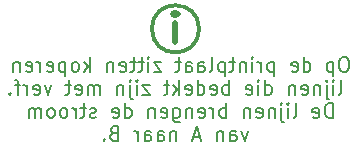
<source format=gbr>
G04 #@! TF.GenerationSoftware,KiCad,Pcbnew,(6.0.0-rc1-dev-318-g6fdc5972f)*
G04 #@! TF.CreationDate,2018-11-24T11:42:07+01:00*
G04 #@! TF.ProjectId,Frack_KnipperLedPrint,467261636B5F4B6E69707065724C6564,rev?*
G04 #@! TF.SameCoordinates,Original*
G04 #@! TF.FileFunction,Legend,Bot*
G04 #@! TF.FilePolarity,Positive*
%FSLAX46Y46*%
G04 Gerber Fmt 4.6, Leading zero omitted, Abs format (unit mm)*
G04 Created by KiCad (PCBNEW (6.0.0-rc1-dev-318-g6fdc5972f)) date 11/24/18 11:42:07*
%MOMM*%
%LPD*%
G01*
G04 APERTURE LIST*
%ADD10C,0.150000*%
%ADD11C,0.300000*%
%ADD12C,0.500000*%
G04 APERTURE END LIST*
D10*
X34400000Y-16417857D02*
X34171428Y-16417857D01*
X34057142Y-16475000D01*
X33942857Y-16589285D01*
X33885714Y-16817857D01*
X33885714Y-17217857D01*
X33942857Y-17446428D01*
X34057142Y-17560714D01*
X34171428Y-17617857D01*
X34400000Y-17617857D01*
X34514285Y-17560714D01*
X34628571Y-17446428D01*
X34685714Y-17217857D01*
X34685714Y-16817857D01*
X34628571Y-16589285D01*
X34514285Y-16475000D01*
X34400000Y-16417857D01*
X33371428Y-16817857D02*
X33371428Y-18017857D01*
X33371428Y-16875000D02*
X33257142Y-16817857D01*
X33028571Y-16817857D01*
X32914285Y-16875000D01*
X32857142Y-16932142D01*
X32800000Y-17046428D01*
X32800000Y-17389285D01*
X32857142Y-17503571D01*
X32914285Y-17560714D01*
X33028571Y-17617857D01*
X33257142Y-17617857D01*
X33371428Y-17560714D01*
X30857142Y-17617857D02*
X30857142Y-16417857D01*
X30857142Y-17560714D02*
X30971428Y-17617857D01*
X31200000Y-17617857D01*
X31314285Y-17560714D01*
X31371428Y-17503571D01*
X31428571Y-17389285D01*
X31428571Y-17046428D01*
X31371428Y-16932142D01*
X31314285Y-16875000D01*
X31200000Y-16817857D01*
X30971428Y-16817857D01*
X30857142Y-16875000D01*
X29828571Y-17560714D02*
X29942857Y-17617857D01*
X30171428Y-17617857D01*
X30285714Y-17560714D01*
X30342857Y-17446428D01*
X30342857Y-16989285D01*
X30285714Y-16875000D01*
X30171428Y-16817857D01*
X29942857Y-16817857D01*
X29828571Y-16875000D01*
X29771428Y-16989285D01*
X29771428Y-17103571D01*
X30342857Y-17217857D01*
X28342857Y-16817857D02*
X28342857Y-18017857D01*
X28342857Y-16875000D02*
X28228571Y-16817857D01*
X28000000Y-16817857D01*
X27885714Y-16875000D01*
X27828571Y-16932142D01*
X27771428Y-17046428D01*
X27771428Y-17389285D01*
X27828571Y-17503571D01*
X27885714Y-17560714D01*
X28000000Y-17617857D01*
X28228571Y-17617857D01*
X28342857Y-17560714D01*
X27257142Y-17617857D02*
X27257142Y-16817857D01*
X27257142Y-17046428D02*
X27200000Y-16932142D01*
X27142857Y-16875000D01*
X27028571Y-16817857D01*
X26914285Y-16817857D01*
X26514285Y-17617857D02*
X26514285Y-16817857D01*
X26514285Y-16417857D02*
X26571428Y-16475000D01*
X26514285Y-16532142D01*
X26457142Y-16475000D01*
X26514285Y-16417857D01*
X26514285Y-16532142D01*
X25942857Y-16817857D02*
X25942857Y-17617857D01*
X25942857Y-16932142D02*
X25885714Y-16875000D01*
X25771428Y-16817857D01*
X25600000Y-16817857D01*
X25485714Y-16875000D01*
X25428571Y-16989285D01*
X25428571Y-17617857D01*
X25028571Y-16817857D02*
X24571428Y-16817857D01*
X24857142Y-16417857D02*
X24857142Y-17446428D01*
X24800000Y-17560714D01*
X24685714Y-17617857D01*
X24571428Y-17617857D01*
X24171428Y-16817857D02*
X24171428Y-18017857D01*
X24171428Y-16875000D02*
X24057142Y-16817857D01*
X23828571Y-16817857D01*
X23714285Y-16875000D01*
X23657142Y-16932142D01*
X23599999Y-17046428D01*
X23599999Y-17389285D01*
X23657142Y-17503571D01*
X23714285Y-17560714D01*
X23828571Y-17617857D01*
X24057142Y-17617857D01*
X24171428Y-17560714D01*
X22914285Y-17617857D02*
X23028571Y-17560714D01*
X23085714Y-17446428D01*
X23085714Y-16417857D01*
X21942857Y-17617857D02*
X21942857Y-16989285D01*
X21999999Y-16875000D01*
X22114285Y-16817857D01*
X22342857Y-16817857D01*
X22457142Y-16875000D01*
X21942857Y-17560714D02*
X22057142Y-17617857D01*
X22342857Y-17617857D01*
X22457142Y-17560714D01*
X22514285Y-17446428D01*
X22514285Y-17332142D01*
X22457142Y-17217857D01*
X22342857Y-17160714D01*
X22057142Y-17160714D01*
X21942857Y-17103571D01*
X20857142Y-17617857D02*
X20857142Y-16989285D01*
X20914285Y-16875000D01*
X21028571Y-16817857D01*
X21257142Y-16817857D01*
X21371428Y-16875000D01*
X20857142Y-17560714D02*
X20971428Y-17617857D01*
X21257142Y-17617857D01*
X21371428Y-17560714D01*
X21428571Y-17446428D01*
X21428571Y-17332142D01*
X21371428Y-17217857D01*
X21257142Y-17160714D01*
X20971428Y-17160714D01*
X20857142Y-17103571D01*
X20457142Y-16817857D02*
X19999999Y-16817857D01*
X20285714Y-16417857D02*
X20285714Y-17446428D01*
X20228571Y-17560714D01*
X20114285Y-17617857D01*
X19999999Y-17617857D01*
X18799999Y-16817857D02*
X18171428Y-16817857D01*
X18799999Y-17617857D01*
X18171428Y-17617857D01*
X17714285Y-17617857D02*
X17714285Y-16817857D01*
X17714285Y-16417857D02*
X17771428Y-16475000D01*
X17714285Y-16532142D01*
X17657142Y-16475000D01*
X17714285Y-16417857D01*
X17714285Y-16532142D01*
X17314285Y-16817857D02*
X16857142Y-16817857D01*
X17142857Y-16417857D02*
X17142857Y-17446428D01*
X17085714Y-17560714D01*
X16971428Y-17617857D01*
X16857142Y-17617857D01*
X16628571Y-16817857D02*
X16171428Y-16817857D01*
X16457142Y-16417857D02*
X16457142Y-17446428D01*
X16399999Y-17560714D01*
X16285714Y-17617857D01*
X16171428Y-17617857D01*
X15314285Y-17560714D02*
X15428571Y-17617857D01*
X15657142Y-17617857D01*
X15771428Y-17560714D01*
X15828571Y-17446428D01*
X15828571Y-16989285D01*
X15771428Y-16875000D01*
X15657142Y-16817857D01*
X15428571Y-16817857D01*
X15314285Y-16875000D01*
X15257142Y-16989285D01*
X15257142Y-17103571D01*
X15828571Y-17217857D01*
X14742857Y-16817857D02*
X14742857Y-17617857D01*
X14742857Y-16932142D02*
X14685714Y-16875000D01*
X14571428Y-16817857D01*
X14399999Y-16817857D01*
X14285714Y-16875000D01*
X14228571Y-16989285D01*
X14228571Y-17617857D01*
X12742857Y-17617857D02*
X12742857Y-16417857D01*
X12628571Y-17160714D02*
X12285714Y-17617857D01*
X12285714Y-16817857D02*
X12742857Y-17275000D01*
X11599999Y-17617857D02*
X11714285Y-17560714D01*
X11771428Y-17503571D01*
X11828571Y-17389285D01*
X11828571Y-17046428D01*
X11771428Y-16932142D01*
X11714285Y-16875000D01*
X11599999Y-16817857D01*
X11428571Y-16817857D01*
X11314285Y-16875000D01*
X11257142Y-16932142D01*
X11199999Y-17046428D01*
X11199999Y-17389285D01*
X11257142Y-17503571D01*
X11314285Y-17560714D01*
X11428571Y-17617857D01*
X11599999Y-17617857D01*
X10685714Y-16817857D02*
X10685714Y-18017857D01*
X10685714Y-16875000D02*
X10571428Y-16817857D01*
X10342857Y-16817857D01*
X10228571Y-16875000D01*
X10171428Y-16932142D01*
X10114285Y-17046428D01*
X10114285Y-17389285D01*
X10171428Y-17503571D01*
X10228571Y-17560714D01*
X10342857Y-17617857D01*
X10571428Y-17617857D01*
X10685714Y-17560714D01*
X9142857Y-17560714D02*
X9257142Y-17617857D01*
X9485714Y-17617857D01*
X9599999Y-17560714D01*
X9657142Y-17446428D01*
X9657142Y-16989285D01*
X9599999Y-16875000D01*
X9485714Y-16817857D01*
X9257142Y-16817857D01*
X9142857Y-16875000D01*
X9085714Y-16989285D01*
X9085714Y-17103571D01*
X9657142Y-17217857D01*
X8571428Y-17617857D02*
X8571428Y-16817857D01*
X8571428Y-17046428D02*
X8514285Y-16932142D01*
X8457142Y-16875000D01*
X8342857Y-16817857D01*
X8228571Y-16817857D01*
X7371428Y-17560714D02*
X7485714Y-17617857D01*
X7714285Y-17617857D01*
X7828571Y-17560714D01*
X7885714Y-17446428D01*
X7885714Y-16989285D01*
X7828571Y-16875000D01*
X7714285Y-16817857D01*
X7485714Y-16817857D01*
X7371428Y-16875000D01*
X7314285Y-16989285D01*
X7314285Y-17103571D01*
X7885714Y-17217857D01*
X6799999Y-16817857D02*
X6799999Y-17617857D01*
X6799999Y-16932142D02*
X6742857Y-16875000D01*
X6628571Y-16817857D01*
X6457142Y-16817857D01*
X6342857Y-16875000D01*
X6285714Y-16989285D01*
X6285714Y-17617857D01*
X33828571Y-19567857D02*
X33942857Y-19510714D01*
X34000000Y-19396428D01*
X34000000Y-18367857D01*
X33371428Y-19567857D02*
X33371428Y-18767857D01*
X33371428Y-18367857D02*
X33428571Y-18425000D01*
X33371428Y-18482142D01*
X33314285Y-18425000D01*
X33371428Y-18367857D01*
X33371428Y-18482142D01*
X32800000Y-18767857D02*
X32800000Y-19796428D01*
X32857142Y-19910714D01*
X32971428Y-19967857D01*
X33028571Y-19967857D01*
X32800000Y-18367857D02*
X32857142Y-18425000D01*
X32800000Y-18482142D01*
X32742857Y-18425000D01*
X32800000Y-18367857D01*
X32800000Y-18482142D01*
X32228571Y-18767857D02*
X32228571Y-19567857D01*
X32228571Y-18882142D02*
X32171428Y-18825000D01*
X32057142Y-18767857D01*
X31885714Y-18767857D01*
X31771428Y-18825000D01*
X31714285Y-18939285D01*
X31714285Y-19567857D01*
X30685714Y-19510714D02*
X30800000Y-19567857D01*
X31028571Y-19567857D01*
X31142857Y-19510714D01*
X31200000Y-19396428D01*
X31200000Y-18939285D01*
X31142857Y-18825000D01*
X31028571Y-18767857D01*
X30800000Y-18767857D01*
X30685714Y-18825000D01*
X30628571Y-18939285D01*
X30628571Y-19053571D01*
X31200000Y-19167857D01*
X30114285Y-18767857D02*
X30114285Y-19567857D01*
X30114285Y-18882142D02*
X30057142Y-18825000D01*
X29942857Y-18767857D01*
X29771428Y-18767857D01*
X29657142Y-18825000D01*
X29600000Y-18939285D01*
X29600000Y-19567857D01*
X27600000Y-19567857D02*
X27600000Y-18367857D01*
X27600000Y-19510714D02*
X27714285Y-19567857D01*
X27942857Y-19567857D01*
X28057142Y-19510714D01*
X28114285Y-19453571D01*
X28171428Y-19339285D01*
X28171428Y-18996428D01*
X28114285Y-18882142D01*
X28057142Y-18825000D01*
X27942857Y-18767857D01*
X27714285Y-18767857D01*
X27600000Y-18825000D01*
X27028571Y-19567857D02*
X27028571Y-18767857D01*
X27028571Y-18367857D02*
X27085714Y-18425000D01*
X27028571Y-18482142D01*
X26971428Y-18425000D01*
X27028571Y-18367857D01*
X27028571Y-18482142D01*
X26000000Y-19510714D02*
X26114285Y-19567857D01*
X26342857Y-19567857D01*
X26457142Y-19510714D01*
X26514285Y-19396428D01*
X26514285Y-18939285D01*
X26457142Y-18825000D01*
X26342857Y-18767857D01*
X26114285Y-18767857D01*
X26000000Y-18825000D01*
X25942857Y-18939285D01*
X25942857Y-19053571D01*
X26514285Y-19167857D01*
X24514285Y-19567857D02*
X24514285Y-18367857D01*
X24514285Y-18825000D02*
X24400000Y-18767857D01*
X24171428Y-18767857D01*
X24057142Y-18825000D01*
X24000000Y-18882142D01*
X23942857Y-18996428D01*
X23942857Y-19339285D01*
X24000000Y-19453571D01*
X24057142Y-19510714D01*
X24171428Y-19567857D01*
X24400000Y-19567857D01*
X24514285Y-19510714D01*
X22971428Y-19510714D02*
X23085714Y-19567857D01*
X23314285Y-19567857D01*
X23428571Y-19510714D01*
X23485714Y-19396428D01*
X23485714Y-18939285D01*
X23428571Y-18825000D01*
X23314285Y-18767857D01*
X23085714Y-18767857D01*
X22971428Y-18825000D01*
X22914285Y-18939285D01*
X22914285Y-19053571D01*
X23485714Y-19167857D01*
X21885714Y-19567857D02*
X21885714Y-18367857D01*
X21885714Y-19510714D02*
X22000000Y-19567857D01*
X22228571Y-19567857D01*
X22342857Y-19510714D01*
X22400000Y-19453571D01*
X22457142Y-19339285D01*
X22457142Y-18996428D01*
X22400000Y-18882142D01*
X22342857Y-18825000D01*
X22228571Y-18767857D01*
X22000000Y-18767857D01*
X21885714Y-18825000D01*
X20857142Y-19510714D02*
X20971428Y-19567857D01*
X21200000Y-19567857D01*
X21314285Y-19510714D01*
X21371428Y-19396428D01*
X21371428Y-18939285D01*
X21314285Y-18825000D01*
X21200000Y-18767857D01*
X20971428Y-18767857D01*
X20857142Y-18825000D01*
X20800000Y-18939285D01*
X20800000Y-19053571D01*
X21371428Y-19167857D01*
X20285714Y-19567857D02*
X20285714Y-18367857D01*
X20171428Y-19110714D02*
X19828571Y-19567857D01*
X19828571Y-18767857D02*
X20285714Y-19225000D01*
X19485714Y-18767857D02*
X19028571Y-18767857D01*
X19314285Y-18367857D02*
X19314285Y-19396428D01*
X19257142Y-19510714D01*
X19142857Y-19567857D01*
X19028571Y-19567857D01*
X17828571Y-18767857D02*
X17200000Y-18767857D01*
X17828571Y-19567857D01*
X17200000Y-19567857D01*
X16742857Y-19567857D02*
X16742857Y-18767857D01*
X16742857Y-18367857D02*
X16800000Y-18425000D01*
X16742857Y-18482142D01*
X16685714Y-18425000D01*
X16742857Y-18367857D01*
X16742857Y-18482142D01*
X16171428Y-18767857D02*
X16171428Y-19796428D01*
X16228571Y-19910714D01*
X16342857Y-19967857D01*
X16400000Y-19967857D01*
X16171428Y-18367857D02*
X16228571Y-18425000D01*
X16171428Y-18482142D01*
X16114285Y-18425000D01*
X16171428Y-18367857D01*
X16171428Y-18482142D01*
X15600000Y-18767857D02*
X15600000Y-19567857D01*
X15600000Y-18882142D02*
X15542857Y-18825000D01*
X15428571Y-18767857D01*
X15257142Y-18767857D01*
X15142857Y-18825000D01*
X15085714Y-18939285D01*
X15085714Y-19567857D01*
X13600000Y-19567857D02*
X13600000Y-18767857D01*
X13600000Y-18882142D02*
X13542857Y-18825000D01*
X13428571Y-18767857D01*
X13257142Y-18767857D01*
X13142857Y-18825000D01*
X13085714Y-18939285D01*
X13085714Y-19567857D01*
X13085714Y-18939285D02*
X13028571Y-18825000D01*
X12914285Y-18767857D01*
X12742857Y-18767857D01*
X12628571Y-18825000D01*
X12571428Y-18939285D01*
X12571428Y-19567857D01*
X11542857Y-19510714D02*
X11657142Y-19567857D01*
X11885714Y-19567857D01*
X12000000Y-19510714D01*
X12057142Y-19396428D01*
X12057142Y-18939285D01*
X12000000Y-18825000D01*
X11885714Y-18767857D01*
X11657142Y-18767857D01*
X11542857Y-18825000D01*
X11485714Y-18939285D01*
X11485714Y-19053571D01*
X12057142Y-19167857D01*
X11142857Y-18767857D02*
X10685714Y-18767857D01*
X10971428Y-18367857D02*
X10971428Y-19396428D01*
X10914285Y-19510714D01*
X10800000Y-19567857D01*
X10685714Y-19567857D01*
X9485714Y-18767857D02*
X9200000Y-19567857D01*
X8914285Y-18767857D01*
X8000000Y-19510714D02*
X8114285Y-19567857D01*
X8342857Y-19567857D01*
X8457142Y-19510714D01*
X8514285Y-19396428D01*
X8514285Y-18939285D01*
X8457142Y-18825000D01*
X8342857Y-18767857D01*
X8114285Y-18767857D01*
X8000000Y-18825000D01*
X7942857Y-18939285D01*
X7942857Y-19053571D01*
X8514285Y-19167857D01*
X7428571Y-19567857D02*
X7428571Y-18767857D01*
X7428571Y-18996428D02*
X7371428Y-18882142D01*
X7314285Y-18825000D01*
X7200000Y-18767857D01*
X7085714Y-18767857D01*
X6857142Y-18767857D02*
X6400000Y-18767857D01*
X6685714Y-19567857D02*
X6685714Y-18539285D01*
X6628571Y-18425000D01*
X6514285Y-18367857D01*
X6400000Y-18367857D01*
X6000000Y-19453571D02*
X5942857Y-19510714D01*
X6000000Y-19567857D01*
X6057142Y-19510714D01*
X6000000Y-19453571D01*
X6000000Y-19567857D01*
X33314285Y-21517857D02*
X33314285Y-20317857D01*
X33028571Y-20317857D01*
X32857142Y-20375000D01*
X32742857Y-20489285D01*
X32685714Y-20603571D01*
X32628571Y-20832142D01*
X32628571Y-21003571D01*
X32685714Y-21232142D01*
X32742857Y-21346428D01*
X32857142Y-21460714D01*
X33028571Y-21517857D01*
X33314285Y-21517857D01*
X31657142Y-21460714D02*
X31771428Y-21517857D01*
X32000000Y-21517857D01*
X32114285Y-21460714D01*
X32171428Y-21346428D01*
X32171428Y-20889285D01*
X32114285Y-20775000D01*
X32000000Y-20717857D01*
X31771428Y-20717857D01*
X31657142Y-20775000D01*
X31600000Y-20889285D01*
X31600000Y-21003571D01*
X32171428Y-21117857D01*
X30000000Y-21517857D02*
X30114285Y-21460714D01*
X30171428Y-21346428D01*
X30171428Y-20317857D01*
X29542857Y-21517857D02*
X29542857Y-20717857D01*
X29542857Y-20317857D02*
X29600000Y-20375000D01*
X29542857Y-20432142D01*
X29485714Y-20375000D01*
X29542857Y-20317857D01*
X29542857Y-20432142D01*
X28971428Y-20717857D02*
X28971428Y-21746428D01*
X29028571Y-21860714D01*
X29142857Y-21917857D01*
X29200000Y-21917857D01*
X28971428Y-20317857D02*
X29028571Y-20375000D01*
X28971428Y-20432142D01*
X28914285Y-20375000D01*
X28971428Y-20317857D01*
X28971428Y-20432142D01*
X28400000Y-20717857D02*
X28400000Y-21517857D01*
X28400000Y-20832142D02*
X28342857Y-20775000D01*
X28228571Y-20717857D01*
X28057142Y-20717857D01*
X27942857Y-20775000D01*
X27885714Y-20889285D01*
X27885714Y-21517857D01*
X26857142Y-21460714D02*
X26971428Y-21517857D01*
X27200000Y-21517857D01*
X27314285Y-21460714D01*
X27371428Y-21346428D01*
X27371428Y-20889285D01*
X27314285Y-20775000D01*
X27200000Y-20717857D01*
X26971428Y-20717857D01*
X26857142Y-20775000D01*
X26800000Y-20889285D01*
X26800000Y-21003571D01*
X27371428Y-21117857D01*
X26285714Y-20717857D02*
X26285714Y-21517857D01*
X26285714Y-20832142D02*
X26228571Y-20775000D01*
X26114285Y-20717857D01*
X25942857Y-20717857D01*
X25828571Y-20775000D01*
X25771428Y-20889285D01*
X25771428Y-21517857D01*
X24285714Y-21517857D02*
X24285714Y-20317857D01*
X24285714Y-20775000D02*
X24171428Y-20717857D01*
X23942857Y-20717857D01*
X23828571Y-20775000D01*
X23771428Y-20832142D01*
X23714285Y-20946428D01*
X23714285Y-21289285D01*
X23771428Y-21403571D01*
X23828571Y-21460714D01*
X23942857Y-21517857D01*
X24171428Y-21517857D01*
X24285714Y-21460714D01*
X23200000Y-21517857D02*
X23200000Y-20717857D01*
X23200000Y-20946428D02*
X23142857Y-20832142D01*
X23085714Y-20775000D01*
X22971428Y-20717857D01*
X22857142Y-20717857D01*
X22000000Y-21460714D02*
X22114285Y-21517857D01*
X22342857Y-21517857D01*
X22457142Y-21460714D01*
X22514285Y-21346428D01*
X22514285Y-20889285D01*
X22457142Y-20775000D01*
X22342857Y-20717857D01*
X22114285Y-20717857D01*
X22000000Y-20775000D01*
X21942857Y-20889285D01*
X21942857Y-21003571D01*
X22514285Y-21117857D01*
X21428571Y-20717857D02*
X21428571Y-21517857D01*
X21428571Y-20832142D02*
X21371428Y-20775000D01*
X21257142Y-20717857D01*
X21085714Y-20717857D01*
X20971428Y-20775000D01*
X20914285Y-20889285D01*
X20914285Y-21517857D01*
X19828571Y-20717857D02*
X19828571Y-21689285D01*
X19885714Y-21803571D01*
X19942857Y-21860714D01*
X20057142Y-21917857D01*
X20228571Y-21917857D01*
X20342857Y-21860714D01*
X19828571Y-21460714D02*
X19942857Y-21517857D01*
X20171428Y-21517857D01*
X20285714Y-21460714D01*
X20342857Y-21403571D01*
X20400000Y-21289285D01*
X20400000Y-20946428D01*
X20342857Y-20832142D01*
X20285714Y-20775000D01*
X20171428Y-20717857D01*
X19942857Y-20717857D01*
X19828571Y-20775000D01*
X18800000Y-21460714D02*
X18914285Y-21517857D01*
X19142857Y-21517857D01*
X19257142Y-21460714D01*
X19314285Y-21346428D01*
X19314285Y-20889285D01*
X19257142Y-20775000D01*
X19142857Y-20717857D01*
X18914285Y-20717857D01*
X18800000Y-20775000D01*
X18742857Y-20889285D01*
X18742857Y-21003571D01*
X19314285Y-21117857D01*
X18228571Y-20717857D02*
X18228571Y-21517857D01*
X18228571Y-20832142D02*
X18171428Y-20775000D01*
X18057142Y-20717857D01*
X17885714Y-20717857D01*
X17771428Y-20775000D01*
X17714285Y-20889285D01*
X17714285Y-21517857D01*
X15714285Y-21517857D02*
X15714285Y-20317857D01*
X15714285Y-21460714D02*
X15828571Y-21517857D01*
X16057142Y-21517857D01*
X16171428Y-21460714D01*
X16228571Y-21403571D01*
X16285714Y-21289285D01*
X16285714Y-20946428D01*
X16228571Y-20832142D01*
X16171428Y-20775000D01*
X16057142Y-20717857D01*
X15828571Y-20717857D01*
X15714285Y-20775000D01*
X14685714Y-21460714D02*
X14800000Y-21517857D01*
X15028571Y-21517857D01*
X15142857Y-21460714D01*
X15200000Y-21346428D01*
X15200000Y-20889285D01*
X15142857Y-20775000D01*
X15028571Y-20717857D01*
X14800000Y-20717857D01*
X14685714Y-20775000D01*
X14628571Y-20889285D01*
X14628571Y-21003571D01*
X15200000Y-21117857D01*
X13257142Y-21460714D02*
X13142857Y-21517857D01*
X12914285Y-21517857D01*
X12800000Y-21460714D01*
X12742857Y-21346428D01*
X12742857Y-21289285D01*
X12800000Y-21175000D01*
X12914285Y-21117857D01*
X13085714Y-21117857D01*
X13200000Y-21060714D01*
X13257142Y-20946428D01*
X13257142Y-20889285D01*
X13200000Y-20775000D01*
X13085714Y-20717857D01*
X12914285Y-20717857D01*
X12800000Y-20775000D01*
X12400000Y-20717857D02*
X11942857Y-20717857D01*
X12228571Y-20317857D02*
X12228571Y-21346428D01*
X12171428Y-21460714D01*
X12057142Y-21517857D01*
X11942857Y-21517857D01*
X11542857Y-21517857D02*
X11542857Y-20717857D01*
X11542857Y-20946428D02*
X11485714Y-20832142D01*
X11428571Y-20775000D01*
X11314285Y-20717857D01*
X11200000Y-20717857D01*
X10628571Y-21517857D02*
X10742857Y-21460714D01*
X10800000Y-21403571D01*
X10857142Y-21289285D01*
X10857142Y-20946428D01*
X10800000Y-20832142D01*
X10742857Y-20775000D01*
X10628571Y-20717857D01*
X10457142Y-20717857D01*
X10342857Y-20775000D01*
X10285714Y-20832142D01*
X10228571Y-20946428D01*
X10228571Y-21289285D01*
X10285714Y-21403571D01*
X10342857Y-21460714D01*
X10457142Y-21517857D01*
X10628571Y-21517857D01*
X9542857Y-21517857D02*
X9657142Y-21460714D01*
X9714285Y-21403571D01*
X9771428Y-21289285D01*
X9771428Y-20946428D01*
X9714285Y-20832142D01*
X9657142Y-20775000D01*
X9542857Y-20717857D01*
X9371428Y-20717857D01*
X9257142Y-20775000D01*
X9200000Y-20832142D01*
X9142857Y-20946428D01*
X9142857Y-21289285D01*
X9200000Y-21403571D01*
X9257142Y-21460714D01*
X9371428Y-21517857D01*
X9542857Y-21517857D01*
X8628571Y-21517857D02*
X8628571Y-20717857D01*
X8628571Y-20832142D02*
X8571428Y-20775000D01*
X8457142Y-20717857D01*
X8285714Y-20717857D01*
X8171428Y-20775000D01*
X8114285Y-20889285D01*
X8114285Y-21517857D01*
X8114285Y-20889285D02*
X8057142Y-20775000D01*
X7942857Y-20717857D01*
X7771428Y-20717857D01*
X7657142Y-20775000D01*
X7600000Y-20889285D01*
X7600000Y-21517857D01*
X26142857Y-22667857D02*
X25857142Y-23467857D01*
X25571428Y-22667857D01*
X24600000Y-23467857D02*
X24600000Y-22839285D01*
X24657142Y-22725000D01*
X24771428Y-22667857D01*
X25000000Y-22667857D01*
X25114285Y-22725000D01*
X24600000Y-23410714D02*
X24714285Y-23467857D01*
X25000000Y-23467857D01*
X25114285Y-23410714D01*
X25171428Y-23296428D01*
X25171428Y-23182142D01*
X25114285Y-23067857D01*
X25000000Y-23010714D01*
X24714285Y-23010714D01*
X24600000Y-22953571D01*
X24028571Y-22667857D02*
X24028571Y-23467857D01*
X24028571Y-22782142D02*
X23971428Y-22725000D01*
X23857142Y-22667857D01*
X23685714Y-22667857D01*
X23571428Y-22725000D01*
X23514285Y-22839285D01*
X23514285Y-23467857D01*
X22085714Y-23125000D02*
X21514285Y-23125000D01*
X22200000Y-23467857D02*
X21800000Y-22267857D01*
X21400000Y-23467857D01*
X20085714Y-22667857D02*
X20085714Y-23467857D01*
X20085714Y-22782142D02*
X20028571Y-22725000D01*
X19914285Y-22667857D01*
X19742857Y-22667857D01*
X19628571Y-22725000D01*
X19571428Y-22839285D01*
X19571428Y-23467857D01*
X18485714Y-23467857D02*
X18485714Y-22839285D01*
X18542857Y-22725000D01*
X18657142Y-22667857D01*
X18885714Y-22667857D01*
X19000000Y-22725000D01*
X18485714Y-23410714D02*
X18600000Y-23467857D01*
X18885714Y-23467857D01*
X19000000Y-23410714D01*
X19057142Y-23296428D01*
X19057142Y-23182142D01*
X19000000Y-23067857D01*
X18885714Y-23010714D01*
X18600000Y-23010714D01*
X18485714Y-22953571D01*
X17400000Y-23467857D02*
X17400000Y-22839285D01*
X17457142Y-22725000D01*
X17571428Y-22667857D01*
X17800000Y-22667857D01*
X17914285Y-22725000D01*
X17400000Y-23410714D02*
X17514285Y-23467857D01*
X17800000Y-23467857D01*
X17914285Y-23410714D01*
X17971428Y-23296428D01*
X17971428Y-23182142D01*
X17914285Y-23067857D01*
X17800000Y-23010714D01*
X17514285Y-23010714D01*
X17400000Y-22953571D01*
X16828571Y-23467857D02*
X16828571Y-22667857D01*
X16828571Y-22896428D02*
X16771428Y-22782142D01*
X16714285Y-22725000D01*
X16600000Y-22667857D01*
X16485714Y-22667857D01*
X14771428Y-22839285D02*
X14600000Y-22896428D01*
X14542857Y-22953571D01*
X14485714Y-23067857D01*
X14485714Y-23239285D01*
X14542857Y-23353571D01*
X14600000Y-23410714D01*
X14714285Y-23467857D01*
X15171428Y-23467857D01*
X15171428Y-22267857D01*
X14771428Y-22267857D01*
X14657142Y-22325000D01*
X14600000Y-22382142D01*
X14542857Y-22496428D01*
X14542857Y-22610714D01*
X14600000Y-22725000D01*
X14657142Y-22782142D01*
X14771428Y-22839285D01*
X15171428Y-22839285D01*
X13971428Y-23353571D02*
X13914285Y-23410714D01*
X13971428Y-23467857D01*
X14028571Y-23410714D01*
X13971428Y-23353571D01*
X13971428Y-23467857D01*
D11*
X22000000Y-14000000D02*
G75*
G03X22000000Y-14000000I-2000000J0D01*
G01*
D12*
X20000000Y-15130952D02*
X20000000Y-13464285D01*
X20000000Y-12630952D02*
X20190476Y-12750000D01*
X20000000Y-12869047D01*
X19809523Y-12750000D01*
X20000000Y-12630952D01*
X20000000Y-12869047D01*
M02*

</source>
